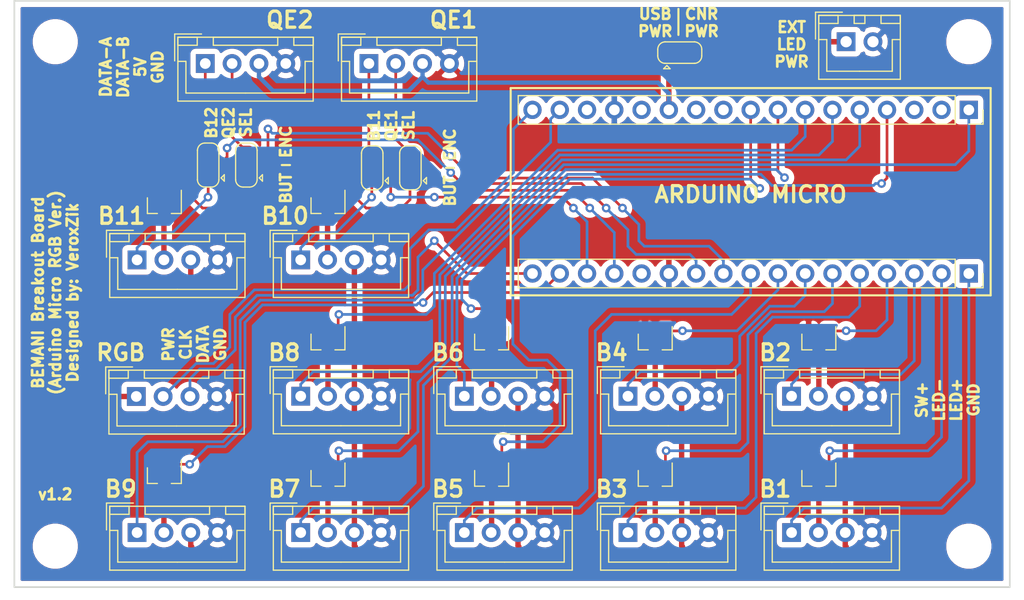
<source format=kicad_pcb>
(kicad_pcb (version 20171130) (host pcbnew "(5.1.5)-3")
  (layers (0 F.Cu signal) (31 B.Cu signal) (34 B.Paste user) (35 F.Paste user) (36 B.SilkS user) (37 F.SilkS user) (38 B.Mask user) (39 F.Mask user) (44 Edge.Cuts user))
  (net 0 "")
  (net 1 GND)
  (net 2 /B7LED)
  (net 3 /B6LED)
  (net 4 /B5LED)
  (net 5 /B4LED)
  (net 6 /B3LED)
  (net 7 /B2LED)
  (net 8 /B1LED)
  (net 9 /B9LED)
  (net 10 /B8LED)
  (net 11 /QE1B)
  (net 12 /PIN0)
  (net 13 /PIN1)
  (net 14 /QE1A)
  (net 15 /B8)
  (net 16 +12V)
  (net 17 /LED+)
  (net 18 /B4)
  (net 19 +5V)
  (net 20 /B9)
  (net 21 /B7)
  (net 22 /B6)
  (net 23 /B3)
  (net 24 /B2)
  (net 25 /B1)
  (net 26 /QE2A)
  (net 27 /QE2B)
  (net 28 /B5)
  (net 29 /PIN3)
  (net 30 /PIN2)
  (net 31 "Net-(J11-Pad2)")
  (net 32 "Net-(J9-Pad2)")
  (net 33 "Net-(J8-Pad2)")
  (net 34 "Net-(J6-Pad2)")
  (net 35 "Net-(J5-Pad2)")
  (net 36 "Net-(J4-Pad2)")
  (net 37 "Net-(J3-Pad2)")
  (net 38 "Net-(J12-Pad2)")
  (net 39 /B10LED)
  (net 40 "Net-(J16-Pad2)")
  (net 41 "Net-(J17-Pad2)")
  (net 42 /B11LED)
  (net 43 "Net-(J18-Pad2)")
  (net 44 /B11)
  (net 45 /B10)
  (net 46 "Net-(J7-Pad11)")
  (net 47 "Net-(J7-Pad10)")
  (net 48 "Net-(J7-Pad3)")
  (net 49 +3V3)
  (net 50 "Net-(J10-Pad13)")
  (net 51 "Net-(J7-Pad13)")
  (net 52 /LCLK)
  (net 53 /LDAT)
  (net 54 "Net-(J7-Pad15)")
  (module Connector_PinSocket_2.54mm:PinSocket_1x17_P2.54mm_Vertical (layer F.Cu) (at 191.77 97.79 270)
    (fp_text reference J7 hide)
    (fp_text value Conn_01x17)
    (pad 17 thru_hole oval (at 0 40.64 270) (size 1.7 1.7) (drill 1) (layers *.Cu *.Mask) (net 52 /LCLK))
    (pad 16 thru_hole oval (at 0 38.1 270) (size 1.7 1.7) (drill 1) (layers *.Cu *.Mask) (net 20 /B9))
    (pad 15 thru_hole oval (at 0 35.56 270) (size 1.7 1.7) (drill 1) (layers *.Cu *.Mask) (net 54 "Net-(J7-Pad15)"))
    (pad 14 thru_hole oval (at 0 33.02 270) (size 1.7 1.7) (drill 1) (layers *.Cu *.Mask) (net 1 GND))
    (pad 13 thru_hole oval (at 0 30.48 270) (size 1.7 1.7) (drill 1) (layers *.Cu *.Mask) (net 51 "Net-(J7-Pad13)"))
    (pad 12 thru_hole oval (at 0 27.94 270) (size 1.7 1.7) (drill 1) (layers *.Cu *.Mask) (net 19 +5V))
    (pad 11 thru_hole oval (at 0 25.4 270) (size 1.7 1.7) (drill 1) (layers *.Cu *.Mask) (net 46 "Net-(J7-Pad11)"))
    (pad 10 thru_hole oval (at 0 22.86 270) (size 1.7 1.7) (drill 1) (layers *.Cu *.Mask) (net 47 "Net-(J7-Pad10)"))
    (pad 9 thru_hole oval (at 0 20.32 270) (size 1.7 1.7) (drill 1) (layers *.Cu *.Mask) (net 4 /B5LED))
    (pad 8 thru_hole oval (at 0 17.78 270) (size 1.7 1.7) (drill 1) (layers *.Cu *.Mask) (net 22 /B6))
    (pad 7 thru_hole oval (at 0 15.24 270) (size 1.7 1.7) (drill 1) (layers *.Cu *.Mask) (net 10 /B8LED))
    (pad 6 thru_hole oval (at 0 12.7 270) (size 1.7 1.7) (drill 1) (layers *.Cu *.Mask) (net 15 /B8))
    (pad 5 thru_hole oval (at 0 10.16 270) (size 1.7 1.7) (drill 1) (layers *.Cu *.Mask) (net 2 /B7LED))
    (pad 4 thru_hole oval (at 0 7.62 270) (size 1.7 1.7) (drill 1) (layers *.Cu *.Mask) (net 3 /B6LED))
    (pad 3 thru_hole oval (at 0 5.08 270) (size 1.7 1.7) (drill 1) (layers *.Cu *.Mask) (net 48 "Net-(J7-Pad3)"))
    (pad 2 thru_hole oval (at 0 2.54 270) (size 1.7 1.7) (drill 1) (layers *.Cu *.Mask) (net 49 +3V3))
    (pad 1 thru_hole rect (at 0 0 270) (size 1.7 1.7) (drill 1) (layers *.Cu *.Mask) (net 21 /B7))
  )
  (module Connector_PinSocket_2.54mm:PinSocket_1x17_P2.54mm_Vertical (layer F.Cu) (at 191.77 113.03 270)
    (fp_text reference J10 hide)
    (fp_text value Conn_01x17)
    (pad 1 thru_hole rect (at 0 0 270) (size 1.7 1.7) (drill 1) (layers *.Cu *.Mask) (net 25 /B1))
    (pad 2 thru_hole oval (at 0 2.54 270) (size 1.7 1.7) (drill 1) (layers *.Cu *.Mask) (net 8 /B1LED))
    (pad 3 thru_hole oval (at 0 5.08 270) (size 1.7 1.7) (drill 1) (layers *.Cu *.Mask) (net 24 /B2))
    (pad 4 thru_hole oval (at 0 7.62 270) (size 1.7 1.7) (drill 1) (layers *.Cu *.Mask) (net 7 /B2LED))
    (pad 5 thru_hole oval (at 0 10.16 270) (size 1.7 1.7) (drill 1) (layers *.Cu *.Mask) (net 23 /B3))
    (pad 6 thru_hole oval (at 0 12.7 270) (size 1.7 1.7) (drill 1) (layers *.Cu *.Mask) (net 6 /B3LED))
    (pad 7 thru_hole oval (at 0 15.24 270) (size 1.7 1.7) (drill 1) (layers *.Cu *.Mask) (net 18 /B4))
    (pad 8 thru_hole oval (at 0 17.78 270) (size 1.7 1.7) (drill 1) (layers *.Cu *.Mask) (net 5 /B4LED))
    (pad 9 thru_hole oval (at 0 20.32 270) (size 1.7 1.7) (drill 1) (layers *.Cu *.Mask) (net 28 /B5))
    (pad 10 thru_hole oval (at 0 22.86 270) (size 1.7 1.7) (drill 1) (layers *.Cu *.Mask) (net 29 /PIN3))
    (pad 11 thru_hole oval (at 0 25.4 270) (size 1.7 1.7) (drill 1) (layers *.Cu *.Mask) (net 30 /PIN2))
    (pad 12 thru_hole oval (at 0 27.94 270) (size 1.7 1.7) (drill 1) (layers *.Cu *.Mask) (net 1 GND))
    (pad 13 thru_hole oval (at 0 30.48 270) (size 1.7 1.7) (drill 1) (layers *.Cu *.Mask) (net 50 "Net-(J10-Pad13)"))
    (pad 14 thru_hole oval (at 0 33.02 270) (size 1.7 1.7) (drill 1) (layers *.Cu *.Mask) (net 12 /PIN0))
    (pad 15 thru_hole oval (at 0 35.56 270) (size 1.7 1.7) (drill 1) (layers *.Cu *.Mask) (net 13 /PIN1))
    (pad 16 thru_hole oval (at 0 38.1 270) (size 1.7 1.7) (drill 1) (layers *.Cu *.Mask) (net 9 /B9LED))
    (pad 17 thru_hole oval (at 0 40.64 270) (size 1.7 1.7) (drill 1) (layers *.Cu *.Mask) (net 53 /LDAT))
  )
  (module Connectors_JST:JST_XH_B04B-XH-A_04x2.50mm_Straight (layer F.Cu) (at 114.3 111.76)
    (fp_text reference J17 hide)
    (fp_text value Conn_01x04)
    (pad 1 thru_hole rect (at 0 0) (size 1.75 1.75) (drill 1) (layers *.Cu *.Mask) (net 44 /B11))
    (pad 2 thru_hole circle (at 2.5 0) (size 1.75 1.75) (drill 1) (layers *.Cu *.Mask) (net 41 "Net-(J17-Pad2)"))
    (pad 3 thru_hole circle (at 5 0) (size 1.75 1.75) (drill 1) (layers *.Cu *.Mask) (net 17 /LED+))
    (pad 4 thru_hole circle (at 7.5 0) (size 1.75 1.75) (drill 1) (layers *.Cu *.Mask) (net 1 GND))
  )
  (module Connectors_JST:JST_XH_B04B-XH-A_04x2.50mm_Straight (layer F.Cu) (at 129.54 124.46)
    (fp_text reference J16 hide)
    (fp_text value Conn_01x04)
    (pad 4 thru_hole circle (at 7.5 0) (size 1.75 1.75) (drill 1) (layers *.Cu *.Mask) (net 1 GND))
    (pad 3 thru_hole circle (at 5 0) (size 1.75 1.75) (drill 1) (layers *.Cu *.Mask) (net 17 /LED+))
    (pad 2 thru_hole circle (at 2.5 0) (size 1.75 1.75) (drill 1) (layers *.Cu *.Mask) (net 40 "Net-(J16-Pad2)"))
    (pad 1 thru_hole rect (at 0 0) (size 1.75 1.75) (drill 1) (layers *.Cu *.Mask) (net 15 /B8))
  )
  (module Connectors_JST:JST_XH_B04B-XH-A_04x2.50mm_Straight (layer F.Cu) (at 114.227001 124.483001)
    (fp_text reference J14 hide)
    (fp_text value Conn_01x04)
    (pad 1 thru_hole rect (at 0 0) (size 1.75 1.75) (drill 1) (layers *.Cu *.Mask) (net 17 /LED+))
    (pad 2 thru_hole circle (at 2.5 0) (size 1.75 1.75) (drill 1) (layers *.Cu *.Mask) (net 52 /LCLK))
    (pad 3 thru_hole circle (at 5 0) (size 1.75 1.75) (drill 1) (layers *.Cu *.Mask) (net 53 /LDAT))
    (pad 4 thru_hole circle (at 7.5 0) (size 1.75 1.75) (drill 1) (layers *.Cu *.Mask) (net 1 GND))
  )
  (module Connectors_JST:JST_XH_B04B-XH-A_04x2.50mm_Straight (layer F.Cu) (at 129.54 111.76)
    (fp_text reference J12 hide)
    (fp_text value Conn_01x04)
    (pad 4 thru_hole circle (at 7.5 0) (size 1.75 1.75) (drill 1) (layers *.Cu *.Mask) (net 1 GND))
    (pad 3 thru_hole circle (at 5 0) (size 1.75 1.75) (drill 1) (layers *.Cu *.Mask) (net 17 /LED+))
    (pad 2 thru_hole circle (at 2.5 0) (size 1.75 1.75) (drill 1) (layers *.Cu *.Mask) (net 38 "Net-(J12-Pad2)"))
    (pad 1 thru_hole rect (at 0 0) (size 1.75 1.75) (drill 1) (layers *.Cu *.Mask) (net 45 /B10))
  )
  (module TO_SOT_Packages_SMD:SOT-23 (layer F.Cu) (at 116.84 131.826 270)
    (fp_text reference Q12 hide)
    (fp_text value Si2302CDS)
    (pad 3 smd rect (at 1 0 270) (size 0.9 0.8) (layers F.Cu F.Paste F.Mask) (net 43 "Net-(J18-Pad2)"))
    (pad 2 smd rect (at -1 0.95 270) (size 0.9 0.8) (layers F.Cu F.Paste F.Mask) (net 1 GND))
    (pad 1 smd rect (at -1 -0.95 270) (size 0.9 0.8) (layers F.Cu F.Paste F.Mask) (net 9 /B9LED))
  )
  (module TO_SOT_Packages_SMD:SOT-23 (layer F.Cu) (at 116.84 106.68 270)
    (fp_text reference Q11 hide)
    (fp_text value Si2302CDS)
    (pad 1 smd rect (at -1 -0.95 270) (size 0.9 0.8) (layers F.Cu F.Paste F.Mask) (net 42 /B11LED))
    (pad 2 smd rect (at -1 0.95 270) (size 0.9 0.8) (layers F.Cu F.Paste F.Mask) (net 1 GND))
    (pad 3 smd rect (at 1 0 270) (size 0.9 0.8) (layers F.Cu F.Paste F.Mask) (net 41 "Net-(J17-Pad2)"))
  )
  (module TO_SOT_Packages_SMD:SOT-23 (layer F.Cu) (at 132.08 106.68 270)
    (fp_text reference Q8 hide)
    (fp_text value Si2302CDS)
    (pad 3 smd rect (at 1 0 270) (size 0.9 0.8) (layers F.Cu F.Paste F.Mask) (net 38 "Net-(J12-Pad2)"))
    (pad 2 smd rect (at -1 0.95 270) (size 0.9 0.8) (layers F.Cu F.Paste F.Mask) (net 1 GND))
    (pad 1 smd rect (at -1 -0.95 270) (size 0.9 0.8) (layers F.Cu F.Paste F.Mask) (net 39 /B10LED))
  )
  (module Jumper:SolderJumper-3_P1.3mm_Open_RoundedPad1.0x1.5mm (layer F.Cu) (at 124.477356 102.927742 90)
    (fp_text reference JP5 hide)
    (fp_text value SolderJumper_3_Open)
    (pad 1 smd custom (at -1.3 0 90) (size 1 0.5) (layers F.Cu F.Mask) (net 42 /B11LED) (options (clearance outline) (anchor rect)) (primitives (gr_circle (center 0 0.25) (end 0.5 0.25) (width 0)) (gr_circle (center 0 -0.25) (end 0.5 -0.25) (width 0)) (gr_poly (pts (xy 0.55 -0.75) (xy 0 -0.75) (xy 0 0.75) (xy 0.55 0.75)) (width 0))))
    (pad 3 smd custom (at 1.3 0 90) (size 1 0.5) (layers F.Cu F.Mask) (net 27 /QE2B) (options (clearance outline) (anchor rect)) (primitives (gr_circle (center 0 0.25) (end 0.5 0.25) (width 0)) (gr_circle (center 0 -0.25) (end 0.5 -0.25) (width 0)) (gr_poly (pts (xy -0.55 -0.75) (xy 0 -0.75) (xy 0 0.75) (xy -0.55 0.75)) (width 0))))
    (pad 2 smd rect (at 0 0 90) (size 1 1.5) (layers F.Cu F.Mask) (net 29 /PIN3))
  )
  (module Connectors_JST:JST_XH_B02B-XH-A_02x2.50mm_Straight (layer F.Cu) (at 180.34 91.44)
    (fp_text reference J13 hide)
    (fp_text value Conn_01x02)
    (pad 2 thru_hole circle (at 2.5 0) (size 1.75 1.75) (drill 1.05) (layers *.Cu *.Mask) (net 1 GND))
    (pad 1 thru_hole rect (at 0 0) (size 1.75 1.75) (drill 1.05) (layers *.Cu *.Mask) (net 16 +12V))
  )
  (module Connectors_JST:JST_XH_B04B-XH-A_04x2.50mm_Straight (layer F.Cu) (at 144.78 137.16)
    (fp_text reference J8 hide)
    (fp_text value Conn_01x04)
    (pad 4 thru_hole circle (at 7.5 0) (size 1.75 1.75) (drill 1) (layers *.Cu *.Mask) (net 1 GND))
    (pad 3 thru_hole circle (at 5 0) (size 1.75 1.75) (drill 1) (layers *.Cu *.Mask) (net 17 /LED+))
    (pad 2 thru_hole circle (at 2.5 0) (size 1.75 1.75) (drill 1) (layers *.Cu *.Mask) (net 33 "Net-(J8-Pad2)"))
    (pad 1 thru_hole rect (at 0 0) (size 1.75 1.75) (drill 1) (layers *.Cu *.Mask) (net 28 /B5))
  )
  (module Connectors_JST:JST_XH_B04B-XH-A_04x2.50mm_Straight (layer F.Cu) (at 120.65 93.472)
    (fp_text reference J2 hide)
    (fp_text value Conn_01x04)
    (pad 4 thru_hole circle (at 7.5 0) (size 1.75 1.75) (drill 1) (layers *.Cu *.Mask) (net 1 GND))
    (pad 3 thru_hole circle (at 5 0) (size 1.75 1.75) (drill 1) (layers *.Cu *.Mask) (net 19 +5V))
    (pad 2 thru_hole circle (at 2.5 0) (size 1.75 1.75) (drill 1) (layers *.Cu *.Mask) (net 27 /QE2B))
    (pad 1 thru_hole rect (at 0 0) (size 1.75 1.75) (drill 1) (layers *.Cu *.Mask) (net 26 /QE2A))
  )
  (module Connectors_JST:JST_XH_B04B-XH-A_04x2.50mm_Straight (layer F.Cu) (at 175.26 137.16)
    (fp_text reference J3 hide)
    (fp_text value Conn_01x04)
    (pad 4 thru_hole circle (at 7.5 0) (size 1.75 1.75) (drill 1) (layers *.Cu *.Mask) (net 1 GND))
    (pad 3 thru_hole circle (at 5 0) (size 1.75 1.75) (drill 1) (layers *.Cu *.Mask) (net 17 /LED+))
    (pad 2 thru_hole circle (at 2.5 0) (size 1.75 1.75) (drill 1) (layers *.Cu *.Mask) (net 37 "Net-(J3-Pad2)"))
    (pad 1 thru_hole rect (at 0 0) (size 1.75 1.75) (drill 1) (layers *.Cu *.Mask) (net 25 /B1))
  )
  (module Connectors_JST:JST_XH_B04B-XH-A_04x2.50mm_Straight (layer F.Cu) (at 175.26 124.46)
    (fp_text reference J4 hide)
    (fp_text value Conn_01x04)
    (pad 1 thru_hole rect (at 0 0) (size 1.75 1.75) (drill 1) (layers *.Cu *.Mask) (net 24 /B2))
    (pad 2 thru_hole circle (at 2.5 0) (size 1.75 1.75) (drill 1) (layers *.Cu *.Mask) (net 36 "Net-(J4-Pad2)"))
    (pad 3 thru_hole circle (at 5 0) (size 1.75 1.75) (drill 1) (layers *.Cu *.Mask) (net 17 /LED+))
    (pad 4 thru_hole circle (at 7.5 0) (size 1.75 1.75) (drill 1) (layers *.Cu *.Mask) (net 1 GND))
  )
  (module Connectors_JST:JST_XH_B04B-XH-A_04x2.50mm_Straight (layer F.Cu) (at 160.02 137.16)
    (fp_text reference J5 hide)
    (fp_text value Conn_01x04)
    (pad 4 thru_hole circle (at 7.5 0) (size 1.75 1.75) (drill 1) (layers *.Cu *.Mask) (net 1 GND))
    (pad 3 thru_hole circle (at 5 0) (size 1.75 1.75) (drill 1) (layers *.Cu *.Mask) (net 17 /LED+))
    (pad 2 thru_hole circle (at 2.5 0) (size 1.75 1.75) (drill 1) (layers *.Cu *.Mask) (net 35 "Net-(J5-Pad2)"))
    (pad 1 thru_hole rect (at 0 0) (size 1.75 1.75) (drill 1) (layers *.Cu *.Mask) (net 23 /B3))
  )
  (module Connectors_JST:JST_XH_B04B-XH-A_04x2.50mm_Straight (layer F.Cu) (at 144.78 124.46)
    (fp_text reference J9 hide)
    (fp_text value Conn_01x04)
    (pad 1 thru_hole rect (at 0 0) (size 1.75 1.75) (drill 1) (layers *.Cu *.Mask) (net 22 /B6))
    (pad 2 thru_hole circle (at 2.5 0) (size 1.75 1.75) (drill 1) (layers *.Cu *.Mask) (net 32 "Net-(J9-Pad2)"))
    (pad 3 thru_hole circle (at 5 0) (size 1.75 1.75) (drill 1) (layers *.Cu *.Mask) (net 17 /LED+))
    (pad 4 thru_hole circle (at 7.5 0) (size 1.75 1.75) (drill 1) (layers *.Cu *.Mask) (net 1 GND))
  )
  (module Connectors_JST:JST_XH_B04B-XH-A_04x2.50mm_Straight (layer F.Cu) (at 129.54 137.16)
    (fp_text reference J11 hide)
    (fp_text value Conn_01x04)
    (pad 4 thru_hole circle (at 7.5 0) (size 1.75 1.75) (drill 1) (layers *.Cu *.Mask) (net 1 GND))
    (pad 3 thru_hole circle (at 5 0) (size 1.75 1.75) (drill 1) (layers *.Cu *.Mask) (net 17 /LED+))
    (pad 2 thru_hole circle (at 2.5 0) (size 1.75 1.75) (drill 1) (layers *.Cu *.Mask) (net 31 "Net-(J11-Pad2)"))
    (pad 1 thru_hole rect (at 0 0) (size 1.75 1.75) (drill 1) (layers *.Cu *.Mask) (net 21 /B7))
  )
  (module Connectors_JST:JST_XH_B04B-XH-A_04x2.50mm_Straight (layer F.Cu) (at 114.3 137.16)
    (fp_text reference J18 hide)
    (fp_text value Conn_01x04)
    (pad 4 thru_hole circle (at 7.5 0) (size 1.75 1.75) (drill 1) (layers *.Cu *.Mask) (net 1 GND))
    (pad 3 thru_hole circle (at 5 0) (size 1.75 1.75) (drill 1) (layers *.Cu *.Mask) (net 17 /LED+))
    (pad 2 thru_hole circle (at 2.5 0) (size 1.75 1.75) (drill 1) (layers *.Cu *.Mask) (net 43 "Net-(J18-Pad2)"))
    (pad 1 thru_hole rect (at 0 0) (size 1.75 1.75) (drill 1) (layers *.Cu *.Mask) (net 20 /B9))
  )
  (module Connectors_JST:JST_XH_B04B-XH-A_04x2.50mm_Straight (layer F.Cu) (at 135.89 93.472)
    (fp_text reference J1 hide)
    (fp_text value Conn_01x04)
    (pad 1 thru_hole rect (at 0 0) (size 1.75 1.75) (drill 1) (layers *.Cu *.Mask) (net 14 /QE1A))
    (pad 2 thru_hole circle (at 2.5 0) (size 1.75 1.75) (drill 1) (layers *.Cu *.Mask) (net 11 /QE1B))
    (pad 3 thru_hole circle (at 5 0) (size 1.75 1.75) (drill 1) (layers *.Cu *.Mask) (net 19 +5V))
    (pad 4 thru_hole circle (at 7.5 0) (size 1.75 1.75) (drill 1) (layers *.Cu *.Mask) (net 1 GND))
  )
  (module Connectors_JST:JST_XH_B04B-XH-A_04x2.50mm_Straight (layer F.Cu) (at 160.02 124.46)
    (fp_text reference J6 hide)
    (fp_text value Conn_01x04)
    (pad 4 thru_hole circle (at 7.5 0) (size 1.75 1.75) (drill 1) (layers *.Cu *.Mask) (net 1 GND))
    (pad 3 thru_hole circle (at 5 0) (size 1.75 1.75) (drill 1) (layers *.Cu *.Mask) (net 17 /LED+))
    (pad 2 thru_hole circle (at 2.5 0) (size 1.75 1.75) (drill 1) (layers *.Cu *.Mask) (net 34 "Net-(J6-Pad2)"))
    (pad 1 thru_hole rect (at 0 0) (size 1.75 1.75) (drill 1) (layers *.Cu *.Mask) (net 18 /B4))
  )
  (module Jumper:SolderJumper-3_P1.3mm_Open_RoundedPad1.0x1.5mm (layer F.Cu) (at 136.200666 103.187773 90)
    (fp_text reference JP2 hide)
    (fp_text value SolderJumper_3_Open)
    (pad 2 smd rect (at 0 0 90) (size 1 1.5) (layers F.Cu F.Mask) (net 13 /PIN1))
    (pad 3 smd custom (at 1.3 0 90) (size 1 0.5) (layers F.Cu F.Mask) (net 14 /QE1A) (options (clearance outline) (anchor rect)) (primitives (gr_circle (center 0 0.25) (end 0.5 0.25) (width 0)) (gr_circle (center 0 -0.25) (end 0.5 -0.25) (width 0)) (gr_poly (pts (xy -0.55 -0.75) (xy 0 -0.75) (xy 0 0.75) (xy -0.55 0.75)) (width 0))))
    (pad 1 smd custom (at -1.3 0 90) (size 1 0.5) (layers F.Cu F.Mask) (net 45 /B10) (options (clearance outline) (anchor rect)) (primitives (gr_circle (center 0 0.25) (end 0.5 0.25) (width 0)) (gr_circle (center 0 -0.25) (end 0.5 -0.25) (width 0)) (gr_poly (pts (xy 0.55 -0.75) (xy 0 -0.75) (xy 0 0.75) (xy 0.55 0.75)) (width 0))))
  )
  (module Jumper:SolderJumper-3_P1.3mm_Open_RoundedPad1.0x1.5mm (layer F.Cu) (at 164.846 92.456)
    (fp_text reference JP1 hide)
    (fp_text value SolderJumper_3_Open)
    (pad 1 smd custom (at -1.3 0) (size 1 0.5) (layers F.Cu F.Mask) (net 19 +5V) (options (clearance outline) (anchor rect)) (primitives (gr_circle (center 0 0.25) (end 0.5 0.25) (width 0)) (gr_circle (center 0 -0.25) (end 0.5 -0.25) (width 0)) (gr_poly (pts (xy 0.55 -0.75) (xy 0 -0.75) (xy 0 0.75) (xy 0.55 0.75)) (width 0))))
    (pad 3 smd custom (at 1.3 0) (size 1 0.5) (layers F.Cu F.Mask) (net 16 +12V) (options (clearance outline) (anchor rect)) (primitives (gr_circle (center 0 0.25) (end 0.5 0.25) (width 0)) (gr_circle (center 0 -0.25) (end 0.5 -0.25) (width 0)) (gr_poly (pts (xy -0.55 -0.75) (xy 0 -0.75) (xy 0 0.75) (xy -0.55 0.75)) (width 0))))
    (pad 2 smd rect (at 0 0) (size 1 1.5) (layers F.Cu F.Mask) (net 17 /LED+))
  )
  (module Jumper:SolderJumper-3_P1.3mm_Open_RoundedPad1.0x1.5mm (layer F.Cu) (at 120.921356 102.927742 90)
    (fp_text reference JP4 hide)
    (fp_text value SolderJumper_3_Open)
    (pad 2 smd rect (at 0 0 90) (size 1 1.5) (layers F.Cu F.Mask) (net 30 /PIN2))
    (pad 3 smd custom (at 1.3 0 90) (size 1 0.5) (layers F.Cu F.Mask) (net 26 /QE2A) (options (clearance outline) (anchor rect)) (primitives (gr_circle (center 0 0.25) (end 0.5 0.25) (width 0)) (gr_circle (center 0 -0.25) (end 0.5 -0.25) (width 0)) (gr_poly (pts (xy -0.55 -0.75) (xy 0 -0.75) (xy 0 0.75) (xy -0.55 0.75)) (width 0))))
    (pad 1 smd custom (at -1.3 0 90) (size 1 0.5) (layers F.Cu F.Mask) (net 44 /B11) (options (clearance outline) (anchor rect)) (primitives (gr_circle (center 0 0.25) (end 0.5 0.25) (width 0)) (gr_circle (center 0 -0.25) (end 0.5 -0.25) (width 0)) (gr_poly (pts (xy 0.55 -0.75) (xy 0 -0.75) (xy 0 0.75) (xy 0.55 0.75)) (width 0))))
  )
  (module Jumper:SolderJumper-3_P1.3mm_Open_RoundedPad1.0x1.5mm (layer F.Cu) (at 139.756666 103.187773 90)
    (fp_text reference JP3 hide)
    (fp_text value SolderJumper_3_Open)
    (pad 1 smd custom (at -1.3 0 90) (size 1 0.5) (layers F.Cu F.Mask) (net 39 /B10LED) (options (clearance outline) (anchor rect)) (primitives (gr_circle (center 0 0.25) (end 0.5 0.25) (width 0)) (gr_circle (center 0 -0.25) (end 0.5 -0.25) (width 0)) (gr_poly (pts (xy 0.55 -0.75) (xy 0 -0.75) (xy 0 0.75) (xy 0.55 0.75)) (width 0))))
    (pad 3 smd custom (at 1.3 0 90) (size 1 0.5) (layers F.Cu F.Mask) (net 11 /QE1B) (options (clearance outline) (anchor rect)) (primitives (gr_circle (center 0 0.25) (end 0.5 0.25) (width 0)) (gr_circle (center 0 -0.25) (end 0.5 -0.25) (width 0)) (gr_poly (pts (xy -0.55 -0.75) (xy 0 -0.75) (xy 0 0.75) (xy -0.55 0.75)) (width 0))))
    (pad 2 smd rect (at 0 0 90) (size 1 1.5) (layers F.Cu F.Mask) (net 12 /PIN0))
  )
  (module Mounting_Holes:MountingHole_3.2mm_M3 (layer F.Cu) (at 106.68 138.43)
    (fp_text reference MH1 hide)
    (fp_text value MountingHole)
    (pad 1 np_thru_hole circle (at 0 0) (size 3.2 3.2) (drill 3.2) (layers *.Cu *.Mask))
  )
  (module Mounting_Holes:MountingHole_3.2mm_M3 (layer F.Cu) (at 106.68 91.44)
    (fp_text reference MH2 hide)
    (fp_text value MountingHole)
    (pad 1 np_thru_hole circle (at 0 0) (size 3.2 3.2) (drill 3.2) (layers *.Cu *.Mask))
  )
  (module Mounting_Holes:MountingHole_3.2mm_M3 (layer F.Cu) (at 191.77 138.43)
    (fp_text reference MH3 hide)
    (fp_text value MountingHole)
    (pad 1 np_thru_hole circle (at 0 0) (size 3.2 3.2) (drill 3.2) (layers *.Cu *.Mask))
  )
  (module Mounting_Holes:MountingHole_3.2mm_M3 (layer F.Cu) (at 191.77 91.44)
    (fp_text reference MH4 hide)
    (fp_text value MountingHole)
    (pad 1 np_thru_hole circle (at 0 0) (size 3.2 3.2) (drill 3.2) (layers *.Cu *.Mask))
  )
  (module TO_SOT_Packages_SMD:SOT-23 (layer F.Cu) (at 132.08 119.38 270)
    (fp_text reference Q10 hide)
    (fp_text value Si2302CDS)
    (pad 3 smd rect (at 1 0 270) (size 0.9 0.8) (layers F.Cu F.Paste F.Mask) (net 40 "Net-(J16-Pad2)"))
    (pad 2 smd rect (at -1 0.95 270) (size 0.9 0.8) (layers F.Cu F.Paste F.Mask) (net 1 GND))
    (pad 1 smd rect (at -1 -0.95 270) (size 0.9 0.8) (layers F.Cu F.Paste F.Mask) (net 10 /B8LED))
  )
  (module TO_SOT_Packages_SMD:SOT-23 (layer F.Cu) (at 177.8 132.08 270)
    (fp_text reference Q1 hide)
    (fp_text value Si2302CDS)
    (pad 3 smd rect (at 1 0 270) (size 0.9 0.8) (layers F.Cu F.Paste F.Mask) (net 37 "Net-(J3-Pad2)"))
    (pad 2 smd rect (at -1 0.95 270) (size 0.9 0.8) (layers F.Cu F.Paste F.Mask) (net 1 GND))
    (pad 1 smd rect (at -1 -0.95 270) (size 0.9 0.8) (layers F.Cu F.Paste F.Mask) (net 8 /B1LED))
  )
  (module TO_SOT_Packages_SMD:SOT-23 (layer F.Cu) (at 177.8 119.38 270)
    (fp_text reference Q2 hide)
    (fp_text value Si2302CDS)
    (pad 1 smd rect (at -1 -0.95 270) (size 0.9 0.8) (layers F.Cu F.Paste F.Mask) (net 7 /B2LED))
    (pad 2 smd rect (at -1 0.95 270) (size 0.9 0.8) (layers F.Cu F.Paste F.Mask) (net 1 GND))
    (pad 3 smd rect (at 1 0 270) (size 0.9 0.8) (layers F.Cu F.Paste F.Mask) (net 36 "Net-(J4-Pad2)"))
  )
  (module TO_SOT_Packages_SMD:SOT-23 (layer F.Cu) (at 162.56 132.08 270)
    (fp_text reference Q3 hide)
    (fp_text value Si2302CDS)
    (pad 3 smd rect (at 1 0 270) (size 0.9 0.8) (layers F.Cu F.Paste F.Mask) (net 35 "Net-(J5-Pad2)"))
    (pad 2 smd rect (at -1 0.95 270) (size 0.9 0.8) (layers F.Cu F.Paste F.Mask) (net 1 GND))
    (pad 1 smd rect (at -1 -0.95 270) (size 0.9 0.8) (layers F.Cu F.Paste F.Mask) (net 6 /B3LED))
  )
  (module TO_SOT_Packages_SMD:SOT-23 (layer F.Cu) (at 162.56 119.38 270)
    (fp_text reference Q4 hide)
    (fp_text value Si2302CDS)
    (pad 1 smd rect (at -1 -0.95 270) (size 0.9 0.8) (layers F.Cu F.Paste F.Mask) (net 5 /B4LED))
    (pad 2 smd rect (at -1 0.95 270) (size 0.9 0.8) (layers F.Cu F.Paste F.Mask) (net 1 GND))
    (pad 3 smd rect (at 1 0 270) (size 0.9 0.8) (layers F.Cu F.Paste F.Mask) (net 34 "Net-(J6-Pad2)"))
  )
  (module TO_SOT_Packages_SMD:SOT-23 (layer F.Cu) (at 147.32 132.08 270)
    (fp_text reference Q5 hide)
    (fp_text value Si2302CDS)
    (pad 3 smd rect (at 1 0 270) (size 0.9 0.8) (layers F.Cu F.Paste F.Mask) (net 33 "Net-(J8-Pad2)"))
    (pad 2 smd rect (at -1 0.95 270) (size 0.9 0.8) (layers F.Cu F.Paste F.Mask) (net 1 GND))
    (pad 1 smd rect (at -1 -0.95 270) (size 0.9 0.8) (layers F.Cu F.Paste F.Mask) (net 4 /B5LED))
  )
  (module TO_SOT_Packages_SMD:SOT-23 (layer F.Cu) (at 147.32 119.38 270)
    (fp_text reference Q6 hide)
    (fp_text value Si2302CDS)
    (pad 1 smd rect (at -1 -0.95 270) (size 0.9 0.8) (layers F.Cu F.Paste F.Mask) (net 3 /B6LED))
    (pad 2 smd rect (at -1 0.95 270) (size 0.9 0.8) (layers F.Cu F.Paste F.Mask) (net 1 GND))
    (pad 3 smd rect (at 1 0 270) (size 0.9 0.8) (layers F.Cu F.Paste F.Mask) (net 32 "Net-(J9-Pad2)"))
  )
  (module TO_SOT_Packages_SMD:SOT-23 (layer F.Cu) (at 132.08 132.08 270)
    (fp_text reference Q7 hide)
    (fp_text value Si2302CDS)
    (pad 3 smd rect (at 1 0 270) (size 0.9 0.8) (layers F.Cu F.Paste F.Mask) (net 31 "Net-(J11-Pad2)"))
    (pad 2 smd rect (at -1 0.95 270) (size 0.9 0.8) (layers F.Cu F.Paste F.Mask) (net 1 GND))
    (pad 1 smd rect (at -1 -0.95 270) (size 0.9 0.8) (layers F.Cu F.Paste F.Mask) (net 2 /B7LED))
  )
  (gr_text "SW+\nLED-\nLED+\nGND" (at 189.8 124.8 90) (layer F.SilkS) (effects (font (size 1 1) (thickness 0.25))))
  (gr_text "DATA-A\nDATA-B\n5V\nGND" (at 113.8 93.8 90) (layer F.SilkS) (effects (font (size 1 1) (thickness 0.25))))
  (gr_text "PWR\nCLK\nDATA\nGND" (at 119.634 119.634 90) (layer F.SilkS) (effects (font (size 1 1) (thickness 0.25))))
  (gr_text v1.2 (at 106.68 133.604) (layer F.SilkS) (effects (font (size 1 1) (thickness 0.25))))
  (gr_text B10 (at 128.088999 107.672999) (layer F.SilkS) (effects (font (size 1.5 1.5) (thickness 0.3))))
  (gr_text B11 (at 112.848999 107.672999) (layer F.SilkS) (effects (font (size 1.5 1.5) (thickness 0.3))))
  (gr_text RGB (at 112.776 120.396) (layer F.SilkS) (effects (font (size 1.5 1.5) (thickness 0.3))))
  (gr_line (start 127.779356 102.927742) (end 128.541356 102.927742) (layer F.SilkS) (width 0.2))
  (gr_text BUT (at 128.160356 105.086742 90) (layer F.SilkS) (effects (font (size 1 1) (thickness 0.25))))
  (gr_text ENC (at 128.160356 100.768742 90) (layer F.SilkS) (effects (font (size 1 1) (thickness 0.25))))
  (gr_text "EXT\nLED\nPWR" (at 175.26 91.694) (layer F.SilkS) (effects (font (size 1 1) (thickness 0.25))))
  (gr_text "B12\nQE2\nSEL" (at 122.826356 98.990742 90) (layer F.SilkS) (effects (font (size 1 1) (thickness 0.25))))
  (gr_text "B11\nQE1\nSEL" (at 137.978666 99.250773 90) (layer F.SilkS) (effects (font (size 1 1) (thickness 0.25))))
  (gr_text BUT (at 143.439666 105.346773 90) (layer F.SilkS) (effects (font (size 1 1) (thickness 0.25))))
  (gr_text ENC (at 143.439666 101.028773 90) (layer F.SilkS) (effects (font (size 1 1) (thickness 0.25))))
  (gr_line (start 143.058666 103.187773) (end 143.820666 103.187773) (layer F.SilkS) (width 0.2))
  (gr_line (start 164.719 88.392) (end 164.719 90.805) (layer F.SilkS) (width 0.2))
  (gr_text "CNR\nPWR" (at 166.878 89.662) (layer F.SilkS) (effects (font (size 1 1) (thickness 0.25))))
  (gr_text "USB\nPWR" (at 162.56 89.662) (layer F.SilkS) (effects (font (size 1 1) (thickness 0.25))))
  (gr_text "BEMANI Breakout Board\n(Arduino Micro RGB Ver.)\nDesigned by: VeroxZik" (at 106.68 114.808 90) (layer F.SilkS) (effects (font (size 1 1) (thickness 0.25))))
  (gr_text QE2 (at 128.524 89.408) (layer F.SilkS) (effects (font (size 1.5 1.5) (thickness 0.3))))
  (gr_text QE1 (at 143.764 89.408) (layer F.SilkS) (effects (font (size 1.5 1.5) (thickness 0.3))))
  (gr_text B9 (at 112.776 133.096) (layer F.SilkS) (effects (font (size 1.5 1.5) (thickness 0.3))))
  (gr_text B8 (at 128.016 120.396) (layer F.SilkS) (effects (font (size 1.5 1.5) (thickness 0.3))))
  (gr_text B7 (at 128.016 133.096) (layer F.SilkS) (effects (font (size 1.5 1.5) (thickness 0.3))))
  (gr_text B6 (at 143.256 120.396) (layer F.SilkS) (effects (font (size 1.5 1.5) (thickness 0.3))))
  (gr_text B5 (at 143.256 133.096) (layer F.SilkS) (effects (font (size 1.5 1.5) (thickness 0.3))))
  (gr_text B4 (at 158.496 120.396) (layer F.SilkS) (effects (font (size 1.5 1.5) (thickness 0.3))))
  (gr_text B3 (at 158.496 133.096) (layer F.SilkS) (effects (font (size 1.5 1.5) (thickness 0.3))))
  (gr_text B2 (at 173.736 120.396) (layer F.SilkS) (effects (font (size 1.5 1.5) (thickness 0.3))))
  (gr_text B1 (at 173.736 133.096) (layer F.SilkS) (effects (font (size 1.5 1.5) (thickness 0.3))))
  (gr_line (start 149.098 115.062) (end 149.098 95.758) (layer F.SilkS) (width 0.2))
  (gr_line (start 193.802 115.062) (end 149.098 115.062) (layer F.SilkS) (width 0.2))
  (gr_line (start 193.802 95.758) (end 193.802 115.062) (layer F.SilkS) (width 0.2))
  (gr_line (start 149.098 95.758) (end 193.802 95.758) (layer F.SilkS) (width 0.2))
  (gr_text "ARDUINO MICRO" (at 171.45 105.664) (layer F.SilkS) (effects (font (size 1.5 1.5) (thickness 0.3))))
  (gr_line (start 102.87 142.24) (end 102.87 87.63) (layer Edge.Cuts) (width 0.15))
  (gr_line (start 195.58 142.24) (end 102.87 142.24) (layer Edge.Cuts) (width 0.15))
  (gr_line (start 195.58 87.63) (end 195.58 142.24) (layer Edge.Cuts) (width 0.15))
  (gr_line (start 102.87 87.63) (end 195.58 87.63) (layer Edge.Cuts) (width 0.15))
  (via (at 133.096 129.54) (size 0.8) (drill 0.4) (layers F.Cu B.Cu) (net 2))
  (segment (start 133.03 131.08) (end 133.03 129.606) (width 0.25) (layer F.Cu) (net 2))
  (segment (start 133.03 129.606) (end 133.096 129.54) (width 0.25) (layer F.Cu) (net 2))
  (segment (start 181.61 101.17344) (end 181.61 97.79) (width 0.25) (layer B.Cu) (net 2))
  (segment (start 180.34 102.44344) (end 181.61 101.17344) (width 0.25) (layer B.Cu) (net 2))
  (segment (start 140.462 127.762) (end 140.462 123.19) (width 0.25) (layer B.Cu) (net 2))
  (segment (start 153.84538 102.44344) (end 180.34 102.44344) (width 0.25) (layer B.Cu) (net 2))
  (segment (start 138.684 129.54) (end 140.462 127.762) (width 0.25) (layer B.Cu) (net 2))
  (segment (start 140.462 123.19) (end 143.00482 120.64718) (width 0.25) (layer B.Cu) (net 2))
  (segment (start 143.00482 120.64718) (end 143.00482 113.284) (width 0.25) (layer B.Cu) (net 2))
  (segment (start 133.096 129.54) (end 138.684 129.54) (width 0.25) (layer B.Cu) (net 2))
  (segment (start 143.00482 113.284) (end 153.84538 102.44344) (width 0.25) (layer B.Cu) (net 2))
  (via (at 183.642 104.648) (size 0.8) (drill 0.4) (layers F.Cu B.Cu) (net 3))
  (segment (start 184.15 97.79) (end 184.15 104.14) (width 0.25) (layer F.Cu) (net 3))
  (segment (start 184.15 104.14) (end 183.642 104.648) (width 0.25) (layer F.Cu) (net 3))
  (segment (start 173.425001 104.825001) (end 172.39347 103.79347) (width 0.25) (layer B.Cu) (net 3))
  (segment (start 183.642 104.648) (end 183.076315 104.648) (width 0.25) (layer B.Cu) (net 3))
  (segment (start 182.899314 104.825001) (end 173.425001 104.825001) (width 0.25) (layer B.Cu) (net 3))
  (segment (start 183.076315 104.648) (end 182.899314 104.825001) (width 0.25) (layer B.Cu) (net 3))
  (segment (start 172.39347 103.79347) (end 154.40458 103.79347) (width 0.25) (layer B.Cu) (net 3))
  (segment (start 154.40458 103.79347) (end 147.249025 110.949025) (width 0.25) (layer B.Cu) (net 3))
  (segment (start 147.249025 110.949025) (end 144.54125 113.6568) (width 0.25) (layer B.Cu) (net 3))
  (via (at 145.4 116.3) (size 0.8) (drill 0.4) (layers F.Cu B.Cu) (net 3))
  (segment (start 144.54125 113.6568) (end 144.54125 115.44125) (width 0.25) (layer B.Cu) (net 3))
  (segment (start 144.54125 115.44125) (end 145.4 116.3) (width 0.25) (layer B.Cu) (net 3))
  (segment (start 146.89 116.3) (end 145.965685 116.3) (width 0.25) (layer F.Cu) (net 3))
  (segment (start 145.965685 116.3) (end 145.4 116.3) (width 0.25) (layer F.Cu) (net 3))
  (segment (start 148.27 117.68) (end 146.89 116.3) (width 0.25) (layer F.Cu) (net 3))
  (segment (start 148.27 118.38) (end 148.27 117.68) (width 0.25) (layer F.Cu) (net 3))
  (segment (start 171.45 97.79) (end 171.45 104.25) (width 0.25) (layer F.Cu) (net 4))
  (via (at 172.3 105.1) (size 0.8) (drill 0.4) (layers F.Cu B.Cu) (net 4))
  (segment (start 171.45 104.25) (end 172.3 105.1) (width 0.25) (layer F.Cu) (net 4))
  (segment (start 172.3 105.1) (end 171.44348 104.24348) (width 0.25) (layer B.Cu) (net 4))
  (segment (start 171.44348 104.24348) (end 154.59098 104.24348) (width 0.25) (layer B.Cu) (net 4))
  (segment (start 154.59098 104.24348) (end 149.3 109.53446) (width 0.25) (layer B.Cu) (net 4))
  (segment (start 149.3 109.53446) (end 149.3 119.6) (width 0.25) (layer B.Cu) (net 4))
  (segment (start 149.3 119.6) (end 150.8 121.1) (width 0.25) (layer B.Cu) (net 4))
  (segment (start 150.8 121.1) (end 152.5 121.1) (width 0.25) (layer B.Cu) (net 4))
  (segment (start 152.5 121.1) (end 153.7 122.3) (width 0.25) (layer B.Cu) (net 4))
  (segment (start 153.7 122.3) (end 153.7 127.1) (width 0.25) (layer B.Cu) (net 4))
  (via (at 148.4 128.7) (size 0.8) (drill 0.4) (layers F.Cu B.Cu) (net 4))
  (segment (start 153.7 127.1) (end 152.1 128.7) (width 0.25) (layer B.Cu) (net 4))
  (segment (start 152.1 128.7) (end 148.4 128.7) (width 0.25) (layer B.Cu) (net 4))
  (segment (start 148.27 128.83) (end 148.4 128.7) (width 0.25) (layer F.Cu) (net 4))
  (segment (start 148.27 131.08) (end 148.27 128.83) (width 0.25) (layer F.Cu) (net 4))
  (segment (start 165.084 118.38) (end 165.1 118.364) (width 0.25) (layer F.Cu) (net 5))
  (via (at 165.1 118.364) (size 0.8) (drill 0.4) (layers F.Cu B.Cu) (net 5))
  (segment (start 163.51 118.38) (end 165.084 118.38) (width 0.25) (layer F.Cu) (net 5))
  (segment (start 170.18 118.364) (end 165.1 118.364) (width 0.25) (layer B.Cu) (net 5))
  (segment (start 172.91601 115.62799) (end 170.18 118.364) (width 0.25) (layer B.Cu) (net 5))
  (segment (start 173.99 114.554) (end 172.91601 115.62799) (width 0.25) (layer B.Cu) (net 5))
  (segment (start 173.99 113.03) (end 173.99 114.554) (width 0.25) (layer B.Cu) (net 5))
  (via (at 163.576 129.54) (size 0.8) (drill 0.4) (layers F.Cu B.Cu) (net 6))
  (segment (start 163.51 131.08) (end 163.51 129.606) (width 0.25) (layer F.Cu) (net 6))
  (segment (start 163.51 129.606) (end 163.576 129.54) (width 0.25) (layer F.Cu) (net 6))
  (segment (start 170.434 129.54) (end 163.576 129.54) (width 0.25) (layer B.Cu) (net 6))
  (segment (start 173.35359 116.586) (end 171.196 118.74359) (width 0.25) (layer B.Cu) (net 6))
  (segment (start 171.196 118.74359) (end 171.196 128.778) (width 0.25) (layer B.Cu) (net 6))
  (segment (start 171.196 128.778) (end 170.434 129.54) (width 0.25) (layer B.Cu) (net 6))
  (segment (start 179.07 115.824) (end 178.308 116.586) (width 0.25) (layer B.Cu) (net 6))
  (segment (start 179.07 113.03) (end 179.07 115.824) (width 0.25) (layer B.Cu) (net 6))
  (segment (start 178.308 116.586) (end 173.35359 116.586) (width 0.25) (layer B.Cu) (net 6))
  (via (at 180.34 118.364) (size 0.8) (drill 0.4) (layers F.Cu B.Cu) (net 7))
  (segment (start 180.324 118.38) (end 180.34 118.364) (width 0.25) (layer F.Cu) (net 7))
  (segment (start 178.75 118.38) (end 180.324 118.38) (width 0.25) (layer F.Cu) (net 7))
  (segment (start 184.15 117.348) (end 183.134 118.364) (width 0.25) (layer B.Cu) (net 7))
  (segment (start 184.15 113.03) (end 184.15 117.348) (width 0.25) (layer B.Cu) (net 7))
  (segment (start 183.134 118.364) (end 180.34 118.364) (width 0.25) (layer B.Cu) (net 7))
  (via (at 178.816 129.54) (size 0.8) (drill 0.4) (layers F.Cu B.Cu) (net 8))
  (segment (start 178.75 129.606) (end 178.816 129.54) (width 0.25) (layer F.Cu) (net 8))
  (segment (start 178.75 131.08) (end 178.75 129.606) (width 0.25) (layer F.Cu) (net 8))
  (segment (start 189.23 128.27) (end 187.96 129.54) (width 0.25) (layer B.Cu) (net 8))
  (segment (start 189.23 113.03) (end 189.23 128.27) (width 0.25) (layer B.Cu) (net 8))
  (segment (start 178.816 129.54) (end 187.96 129.54) (width 0.25) (layer B.Cu) (net 8))
  (segment (start 153.67 113.03) (end 151.9 114.8) (width 0.25) (layer F.Cu) (net 9))
  (via (at 140.938858 115.738858) (size 0.8) (drill 0.4) (layers F.Cu B.Cu) (net 9))
  (segment (start 151.9 114.8) (end 141.877716 114.8) (width 0.25) (layer F.Cu) (net 9))
  (segment (start 141.877716 114.8) (end 140.938858 115.738858) (width 0.25) (layer F.Cu) (net 9))
  (segment (start 140.48882 115.8) (end 140.3268 115.96202) (width 0.25) (layer B.Cu) (net 9))
  (segment (start 140.938858 115.738858) (end 140.877716 115.8) (width 0.25) (layer B.Cu) (net 9))
  (segment (start 140.877716 115.8) (end 140.48882 115.8) (width 0.25) (layer B.Cu) (net 9))
  (segment (start 140.3268 115.96202) (end 125.97439 115.96202) (width 0.25) (layer B.Cu) (net 9))
  (segment (start 124.350009 127.286401) (end 122.4864 129.15001) (width 0.25) (layer B.Cu) (net 9))
  (segment (start 125.97439 115.96202) (end 124.35001 117.5864) (width 0.25) (layer B.Cu) (net 9))
  (segment (start 124.35001 117.5864) (end 124.350009 127.286401) (width 0.25) (layer B.Cu) (net 9))
  (segment (start 122.4864 129.15001) (end 120.84999 129.15001) (width 0.25) (layer B.Cu) (net 9))
  (via (at 119.2 130.8) (size 0.8) (drill 0.4) (layers F.Cu B.Cu) (net 9))
  (segment (start 120.84999 129.15001) (end 119.2 130.8) (width 0.25) (layer B.Cu) (net 9))
  (segment (start 117.816 130.8) (end 117.79 130.826) (width 0.25) (layer F.Cu) (net 9))
  (segment (start 119.2 130.8) (end 117.816 130.8) (width 0.25) (layer F.Cu) (net 9))
  (via (at 133.096 116.84) (size 0.8) (drill 0.4) (layers F.Cu B.Cu) (net 10))
  (segment (start 133.03 118.38) (end 133.03 116.906) (width 0.25) (layer F.Cu) (net 10))
  (segment (start 133.03 116.906) (end 133.096 116.84) (width 0.25) (layer F.Cu) (net 10))
  (segment (start 176.53 100.27342) (end 175.26 101.54342) (width 0.25) (layer B.Cu) (net 10))
  (segment (start 176.53 97.79) (end 176.53 100.27342) (width 0.25) (layer B.Cu) (net 10))
  (segment (start 153.47258 101.54342) (end 175.26 101.54342) (width 0.25) (layer B.Cu) (net 10))
  (segment (start 133.096 116.84) (end 141.224 116.84) (width 0.25) (layer B.Cu) (net 10))
  (segment (start 141.986 116.078) (end 141.986 113.03) (width 0.25) (layer B.Cu) (net 10))
  (segment (start 141.224 116.84) (end 141.986 116.078) (width 0.25) (layer B.Cu) (net 10))
  (segment (start 141.986 113.03) (end 153.47258 101.54342) (width 0.25) (layer B.Cu) (net 10))
  (segment (start 138.39 100.521107) (end 139.756666 101.887773) (width 0.25) (layer F.Cu) (net 11))
  (segment (start 138.39 93.472) (end 138.39 100.521107) (width 0.25) (layer F.Cu) (net 11))
  (via (at 156.464 106.934) (size 0.8) (drill 0.4) (layers F.Cu B.Cu) (net 12))
  (segment (start 139.756666 103.187773) (end 141.541773 103.187773) (width 0.25) (layer F.Cu) (net 12))
  (segment (start 141.541773 103.187773) (end 143.63559 105.28159) (width 0.25) (layer F.Cu) (net 12))
  (segment (start 156.464 106.934) (end 158.75 109.22) (width 0.25) (layer B.Cu) (net 12))
  (segment (start 158.75 113.03) (end 158.75 109.22) (width 0.25) (layer B.Cu) (net 12))
  (segment (start 154.81159 105.28159) (end 154.178 105.28159) (width 0.25) (layer F.Cu) (net 12))
  (segment (start 156.464 106.934) (end 154.81159 105.28159) (width 0.25) (layer F.Cu) (net 12))
  (segment (start 143.63559 105.28159) (end 154.178 105.28159) (width 0.25) (layer F.Cu) (net 12))
  (via (at 137.922 105.918) (size 0.8) (drill 0.4) (layers F.Cu B.Cu) (net 13))
  (segment (start 137.922 103.909107) (end 137.922 105.918) (width 0.25) (layer F.Cu) (net 13))
  (segment (start 136.200666 103.187773) (end 137.200666 103.187773) (width 0.25) (layer F.Cu) (net 13))
  (segment (start 137.200666 103.187773) (end 137.922 103.909107) (width 0.25) (layer F.Cu) (net 13))
  (segment (start 137.922 105.918) (end 140.716 105.918) (width 0.25) (layer B.Cu) (net 13))
  (via (at 141.986 105.918) (size 0.8) (drill 0.4) (layers F.Cu B.Cu) (net 13))
  (via (at 154.94 106.934) (size 0.8) (drill 0.4) (layers F.Cu B.Cu) (net 13))
  (segment (start 141.986 105.918) (end 140.716 105.918) (width 0.25) (layer B.Cu) (net 13))
  (segment (start 153.924 105.918) (end 154.94 106.934) (width 0.25) (layer F.Cu) (net 13))
  (segment (start 141.986 105.918) (end 153.924 105.918) (width 0.25) (layer F.Cu) (net 13))
  (segment (start 156.21 108.204) (end 154.94 106.934) (width 0.25) (layer B.Cu) (net 13))
  (segment (start 156.21 113.03) (end 156.21 108.204) (width 0.25) (layer B.Cu) (net 13))
  (segment (start 135.89 101.577107) (end 136.200666 101.887773) (width 0.25) (layer F.Cu) (net 14))
  (segment (start 135.89 93.472) (end 135.89 101.577107) (width 0.25) (layer F.Cu) (net 14))
  (segment (start 179.07 100.72343) (end 179.07 97.79) (width 0.25) (layer B.Cu) (net 15))
  (segment (start 153.65898 101.99343) (end 177.8 101.99343) (width 0.25) (layer B.Cu) (net 15))
  (segment (start 129.54 124.46) (end 129.54 123.335) (width 0.25) (layer B.Cu) (net 15))
  (segment (start 177.8 101.99343) (end 179.07 100.72343) (width 0.25) (layer B.Cu) (net 15))
  (segment (start 129.54 123.335) (end 130.701 122.174) (width 0.25) (layer B.Cu) (net 15))
  (segment (start 130.701 122.174) (end 140.716 122.174) (width 0.25) (layer B.Cu) (net 15))
  (segment (start 140.716 122.174) (end 142.494 120.396) (width 0.25) (layer B.Cu) (net 15))
  (segment (start 142.494 120.396) (end 142.494 113.15841) (width 0.25) (layer B.Cu) (net 15))
  (segment (start 142.494 113.15841) (end 153.65898 101.99343) (width 0.25) (layer B.Cu) (net 15))
  (segment (start 180.34 91.44) (end 175.768 91.44) (width 0.5) (layer F.Cu) (net 16))
  (segment (start 174.468 92.456) (end 166.116 92.456) (width 0.5) (layer F.Cu) (net 16))
  (segment (start 175.484 91.44) (end 180.34 91.44) (width 0.5) (layer F.Cu) (net 16))
  (segment (start 174.468 92.456) (end 175.484 91.44) (width 0.5) (layer F.Cu) (net 16))
  (segment (start 180.34 138.477436) (end 180.34 140.716) (width 0.5) (layer F.Cu) (net 17))
  (segment (start 180.26 137.16) (end 180.26 138.397436) (width 0.5) (layer F.Cu) (net 17))
  (segment (start 180.26 138.397436) (end 180.34 138.477436) (width 0.5) (layer F.Cu) (net 17))
  (segment (start 165.1 138.477436) (end 165.1 140.716) (width 0.5) (layer F.Cu) (net 17))
  (segment (start 165.02 137.16) (end 165.02 138.397436) (width 0.5) (layer F.Cu) (net 17))
  (segment (start 165.02 138.397436) (end 165.1 138.477436) (width 0.5) (layer F.Cu) (net 17))
  (segment (start 149.86 138.477436) (end 149.86 140.716) (width 0.5) (layer F.Cu) (net 17))
  (segment (start 149.78 137.16) (end 149.78 138.397436) (width 0.5) (layer F.Cu) (net 17))
  (segment (start 149.78 138.397436) (end 149.86 138.477436) (width 0.5) (layer F.Cu) (net 17))
  (segment (start 134.62 138.477436) (end 134.62 140.716) (width 0.5) (layer F.Cu) (net 17))
  (segment (start 134.54 137.16) (end 134.54 138.397436) (width 0.5) (layer F.Cu) (net 17))
  (segment (start 134.54 138.397436) (end 134.62 138.477436) (width 0.5) (layer F.Cu) (net 17))
  (segment (start 119.38 137.12) (end 119.34 137.16) (width 0.5) (layer F.Cu) (net 17))
  (segment (start 134.62 137.12) (end 134.58 137.16) (width 0.5) (layer F.Cu) (net 17))
  (segment (start 149.86 137.12) (end 149.82 137.16) (width 0.5) (layer F.Cu) (net 17))
  (segment (start 165.1 137.12) (end 165.06 137.16) (width 0.5) (layer F.Cu) (net 17))
  (segment (start 134.54 112.997436) (end 134.54 124.46) (width 0.5) (layer F.Cu) (net 17))
  (segment (start 134.54 111.76) (end 134.54 112.997436) (width 0.5) (layer F.Cu) (net 17))
  (segment (start 119.3 138.397436) (end 119.38 138.477436) (width 0.5) (layer F.Cu) (net 17))
  (segment (start 119.38 138.477436) (end 119.38 140.716) (width 0.5) (layer F.Cu) (net 17))
  (segment (start 119.3 137.16) (end 119.3 138.397436) (width 0.5) (layer F.Cu) (net 17))
  (segment (start 134.54 125.697436) (end 134.54 137.16) (width 0.5) (layer F.Cu) (net 17))
  (segment (start 134.54 124.46) (end 134.54 125.697436) (width 0.5) (layer F.Cu) (net 17))
  (segment (start 149.78 124.46) (end 149.78 137.16) (width 0.5) (layer F.Cu) (net 17))
  (segment (start 165.02 125.697436) (end 165.02 137.16) (width 0.5) (layer F.Cu) (net 17))
  (segment (start 165.02 124.46) (end 165.02 125.697436) (width 0.5) (layer F.Cu) (net 17))
  (segment (start 180.26 125.697436) (end 180.26 137.16) (width 0.5) (layer F.Cu) (net 17))
  (segment (start 180.26 124.46) (end 180.26 125.697436) (width 0.5) (layer F.Cu) (net 17))
  (segment (start 164.846 92.456) (end 164.846 91.206) (width 0.5) (layer F.Cu) (net 17))
  (segment (start 164.846 91.206) (end 164.846 88.646) (width 0.5) (layer F.Cu) (net 17))
  (segment (start 119.227001 137.087001) (end 119.3 137.16) (width 0.5) (layer F.Cu) (net 17))
  (segment (start 119.3 113.792) (end 119.3 114.126) (width 0.5) (layer F.Cu) (net 17))
  (segment (start 119.3 111.76) (end 119.3 113.792) (width 0.5) (layer F.Cu) (net 17))
  (segment (start 119.3 114.126) (end 118.11 115.316) (width 0.5) (layer F.Cu) (net 17))
  (segment (start 118.11 115.316) (end 107.442 115.316) (width 0.5) (layer F.Cu) (net 17))
  (segment (start 114.227001 124.483001) (end 107.465001 124.483001) (width 0.5) (layer F.Cu) (net 17))
  (segment (start 160.02 124.46) (end 160.02 123.335) (width 0.25) (layer B.Cu) (net 18))
  (segment (start 161.181 122.174) (end 169.672 122.174) (width 0.25) (layer B.Cu) (net 18))
  (segment (start 160.02 123.335) (end 161.181 122.174) (width 0.25) (layer B.Cu) (net 18))
  (segment (start 169.672 122.174) (end 170.434 121.412) (width 0.25) (layer B.Cu) (net 18))
  (segment (start 170.434 121.412) (end 170.434 118.86918) (width 0.25) (layer B.Cu) (net 18))
  (segment (start 170.434 118.86918) (end 173.22518 116.078) (width 0.25) (layer B.Cu) (net 18))
  (segment (start 176.53 115.062) (end 175.514 116.078) (width 0.25) (layer B.Cu) (net 18))
  (segment (start 176.53 113.03) (end 176.53 115.062) (width 0.25) (layer B.Cu) (net 18))
  (segment (start 173.22518 116.078) (end 175.514 116.078) (width 0.25) (layer B.Cu) (net 18))
  (segment (start 140.89 93.472) (end 140.89 94.709436) (width 0.4) (layer B.Cu) (net 19))
  (segment (start 125.65 94.709436) (end 126.952564 96.012) (width 0.4) (layer B.Cu) (net 19))
  (segment (start 125.65 93.472) (end 125.65 94.709436) (width 0.4) (layer B.Cu) (net 19))
  (segment (start 139.587436 96.012) (end 140.89 94.709436) (width 0.4) (layer B.Cu) (net 19))
  (segment (start 126.952564 96.012) (end 139.587436 96.012) (width 0.4) (layer B.Cu) (net 19))
  (segment (start 141.430564 95.25) (end 140.89 94.709436) (width 0.4) (layer B.Cu) (net 19))
  (segment (start 162.814 95.25) (end 141.430564 95.25) (width 0.4) (layer B.Cu) (net 19))
  (segment (start 163.83 97.79) (end 163.83 96.266) (width 0.4) (layer B.Cu) (net 19))
  (segment (start 163.83 96.266) (end 162.814 95.25) (width 0.4) (layer B.Cu) (net 19))
  (segment (start 163.83 92.74) (end 163.546 92.456) (width 0.5) (layer F.Cu) (net 19))
  (segment (start 163.83 97.79) (end 163.83 92.74) (width 0.5) (layer F.Cu) (net 19))
  (segment (start 152.820001 98.639999) (end 152.820001 100.800409) (width 0.25) (layer B.Cu) (net 20))
  (segment (start 153.67 97.79) (end 152.820001 98.639999) (width 0.25) (layer B.Cu) (net 20))
  (segment (start 152.820001 100.800409) (end 140.91201 112.7084) (width 0.25) (layer B.Cu) (net 20))
  (segment (start 140.912009 114.740401) (end 140.1404 115.51201) (width 0.25) (layer B.Cu) (net 20))
  (segment (start 140.91201 112.7084) (end 140.912009 114.740401) (width 0.25) (layer B.Cu) (net 20))
  (segment (start 125.78799 115.51201) (end 123.9 117.4) (width 0.25) (layer B.Cu) (net 20))
  (segment (start 140.1404 115.51201) (end 125.78799 115.51201) (width 0.25) (layer B.Cu) (net 20))
  (segment (start 123.9 117.4) (end 123.9 127.1) (width 0.25) (layer B.Cu) (net 20))
  (segment (start 123.9 127.1) (end 122.3 128.7) (width 0.25) (layer B.Cu) (net 20))
  (segment (start 122.3 128.7) (end 115.3 128.7) (width 0.25) (layer B.Cu) (net 20))
  (segment (start 115.3 128.7) (end 114.3 129.7) (width 0.25) (layer B.Cu) (net 20))
  (segment (start 114.3 129.7) (end 114.3 137.16) (width 0.25) (layer B.Cu) (net 20))
  (segment (start 129.54 136.035) (end 130.701 134.874) (width 0.25) (layer B.Cu) (net 21))
  (segment (start 129.54 137.16) (end 129.54 136.035) (width 0.25) (layer B.Cu) (net 21))
  (segment (start 130.701 134.874) (end 138.938 134.874) (width 0.25) (layer B.Cu) (net 21))
  (segment (start 138.938 134.874) (end 140.97 132.842) (width 0.25) (layer B.Cu) (net 21))
  (segment (start 191.77 101.62345) (end 190.5 102.89345) (width 0.25) (layer B.Cu) (net 21))
  (segment (start 191.77 97.79) (end 191.77 101.62345) (width 0.25) (layer B.Cu) (net 21))
  (segment (start 154.03178 102.89345) (end 190.5 102.89345) (width 0.25) (layer B.Cu) (net 21))
  (segment (start 143.64123 120.77277) (end 140.97 123.444) (width 0.25) (layer B.Cu) (net 21))
  (segment (start 143.64123 113.284) (end 143.64123 120.77277) (width 0.25) (layer B.Cu) (net 21))
  (segment (start 140.97 132.842) (end 140.97 123.444) (width 0.25) (layer B.Cu) (net 21))
  (segment (start 143.64123 113.284) (end 154.03178 102.89345) (width 0.25) (layer B.Cu) (net 21))
  (via (at 174.6 104.1) (size 0.8) (drill 0.4) (layers F.Cu B.Cu) (net 22))
  (segment (start 173.99 97.79) (end 173.99 103.49) (width 0.25) (layer F.Cu) (net 22))
  (segment (start 173.99 103.49) (end 174.6 104.1) (width 0.25) (layer F.Cu) (net 22))
  (segment (start 173.84346 103.34346) (end 154.21818 103.34346) (width 0.25) (layer B.Cu) (net 22))
  (segment (start 144.78 122.28) (end 144.78 124.46) (width 0.25) (layer B.Cu) (net 22))
  (segment (start 154.21818 103.34346) (end 144.09124 113.4704) (width 0.25) (layer B.Cu) (net 22))
  (segment (start 174.6 104.1) (end 173.84346 103.34346) (width 0.25) (layer B.Cu) (net 22))
  (segment (start 144.09124 121.59124) (end 144.78 122.28) (width 0.25) (layer B.Cu) (net 22))
  (segment (start 144.09124 113.4704) (end 144.09124 121.59124) (width 0.25) (layer B.Cu) (net 22))
  (segment (start 160.02 136.035) (end 161.181 134.874) (width 0.25) (layer B.Cu) (net 23))
  (segment (start 160.02 137.16) (end 160.02 136.035) (width 0.25) (layer B.Cu) (net 23))
  (segment (start 161.181 134.874) (end 170.942 134.874) (width 0.25) (layer B.Cu) (net 23))
  (segment (start 170.942 134.874) (end 171.958 133.858) (width 0.25) (layer B.Cu) (net 23))
  (segment (start 171.958 133.858) (end 171.958 118.618) (width 0.25) (layer B.Cu) (net 23))
  (segment (start 171.958 118.618) (end 173.482 117.094) (width 0.25) (layer B.Cu) (net 23))
  (segment (start 181.61 116.078) (end 180.594 117.094) (width 0.25) (layer B.Cu) (net 23))
  (segment (start 181.61 113.03) (end 181.61 116.078) (width 0.25) (layer B.Cu) (net 23))
  (segment (start 173.482 117.094) (end 180.594 117.094) (width 0.25) (layer B.Cu) (net 23))
  (segment (start 175.26 123.335) (end 176.167 122.428) (width 0.25) (layer B.Cu) (net 24))
  (segment (start 175.26 124.46) (end 175.26 123.335) (width 0.25) (layer B.Cu) (net 24))
  (segment (start 186.69 121.158) (end 185.42 122.428) (width 0.25) (layer B.Cu) (net 24))
  (segment (start 186.69 113.03) (end 186.69 121.158) (width 0.25) (layer B.Cu) (net 24))
  (segment (start 176.167 122.428) (end 185.42 122.428) (width 0.25) (layer B.Cu) (net 24))
  (segment (start 175.26 136.035) (end 175.26 137.16) (width 0.25) (layer B.Cu) (net 25))
  (segment (start 176.421 134.874) (end 175.26 136.035) (width 0.25) (layer B.Cu) (net 25))
  (segment (start 189.23 134.874) (end 176.421 134.874) (width 0.25) (layer B.Cu) (net 25))
  (segment (start 191.77 114.13) (end 191.77 132.334) (width 0.25) (layer B.Cu) (net 25))
  (segment (start 191.77 113.03) (end 191.77 114.13) (width 0.25) (layer B.Cu) (net 25))
  (segment (start 191.77 132.334) (end 189.23 134.874) (width 0.25) (layer B.Cu) (net 25))
  (segment (start 120.65 101.356386) (end 120.921356 101.627742) (width 0.25) (layer F.Cu) (net 26))
  (segment (start 120.65 93.472) (end 120.65 101.356386) (width 0.25) (layer F.Cu) (net 26))
  (segment (start 123.15 100.300386) (end 124.477356 101.627742) (width 0.25) (layer F.Cu) (net 27))
  (segment (start 123.15 93.472) (end 123.15 100.300386) (width 0.25) (layer F.Cu) (net 27))
  (segment (start 144.78 136.035) (end 145.941 134.874) (width 0.25) (layer B.Cu) (net 28))
  (segment (start 144.78 137.16) (end 144.78 136.035) (width 0.25) (layer B.Cu) (net 28))
  (segment (start 145.941 134.874) (end 155.448 134.874) (width 0.25) (layer B.Cu) (net 28))
  (segment (start 155.448 134.874) (end 156.972 133.35) (width 0.25) (layer B.Cu) (net 28))
  (segment (start 156.972 133.35) (end 156.972 118.364) (width 0.25) (layer B.Cu) (net 28))
  (segment (start 156.972 118.364) (end 158.496 116.84) (width 0.25) (layer B.Cu) (net 28))
  (segment (start 171.45 113.03) (end 171.45 115.062) (width 0.25) (layer B.Cu) (net 28))
  (segment (start 171.45 115.062) (end 169.672 116.84) (width 0.25) (layer B.Cu) (net 28))
  (segment (start 158.496 116.84) (end 169.672 116.84) (width 0.25) (layer B.Cu) (net 28))
  (via (at 126.492 99.568) (size 0.8) (drill 0.4) (layers F.Cu B.Cu) (net 29))
  (segment (start 126.492 101.913098) (end 126.492 99.568) (width 0.25) (layer F.Cu) (net 29))
  (segment (start 124.477356 102.927742) (end 125.477356 102.927742) (width 0.25) (layer F.Cu) (net 29))
  (segment (start 125.477356 102.927742) (end 126.492 101.913098) (width 0.25) (layer F.Cu) (net 29))
  (segment (start 126.492 99.568) (end 126.891999 99.967999) (width 0.25) (layer B.Cu) (net 29))
  (via (at 159.512 106.934) (size 0.8) (drill 0.4) (layers F.Cu B.Cu) (net 29))
  (segment (start 161.544 110.49) (end 161.036 109.982) (width 0.25) (layer B.Cu) (net 29))
  (segment (start 167.572081 110.49) (end 161.544 110.49) (width 0.25) (layer B.Cu) (net 29))
  (segment (start 168.91 113.03) (end 168.91 111.827919) (width 0.25) (layer B.Cu) (net 29))
  (segment (start 168.91 111.827919) (end 167.572081 110.49) (width 0.25) (layer B.Cu) (net 29))
  (via (at 143.51 102.108) (size 0.8) (drill 0.4) (layers F.Cu B.Cu) (net 29))
  (segment (start 152.146 104.14) (end 145.542 104.14) (width 0.25) (layer F.Cu) (net 29))
  (segment (start 145.542 104.14) (end 143.51 102.108) (width 0.25) (layer F.Cu) (net 29))
  (segment (start 141.369999 99.967999) (end 141.224 99.967999) (width 0.25) (layer B.Cu) (net 29))
  (segment (start 143.51 102.108) (end 141.369999 99.967999) (width 0.25) (layer B.Cu) (net 29))
  (segment (start 126.891999 99.967999) (end 141.224 99.967999) (width 0.25) (layer B.Cu) (net 29))
  (segment (start 159.512 106.934) (end 161.036 108.458) (width 0.25) (layer B.Cu) (net 29))
  (segment (start 161.036 109.982) (end 161.036 108.458) (width 0.25) (layer B.Cu) (net 29))
  (segment (start 159.512 106.934) (end 156.718 104.14) (width 0.25) (layer F.Cu) (net 29))
  (segment (start 152.146 104.14) (end 156.718 104.14) (width 0.25) (layer F.Cu) (net 29))
  (via (at 122.682 101.346) (size 0.8) (drill 0.4) (layers F.Cu B.Cu) (net 30))
  (segment (start 122.682 102.167098) (end 122.682 101.346) (width 0.25) (layer F.Cu) (net 30))
  (segment (start 120.921356 102.927742) (end 121.921356 102.927742) (width 0.25) (layer F.Cu) (net 30))
  (segment (start 121.921356 102.927742) (end 122.682 102.167098) (width 0.25) (layer F.Cu) (net 30))
  (segment (start 122.682 101.346) (end 123.444 100.584) (width 0.25) (layer B.Cu) (net 30))
  (via (at 157.988 106.934) (size 0.8) (drill 0.4) (layers F.Cu B.Cu) (net 30))
  (segment (start 166.37 111.827919) (end 165.794081 111.252) (width 0.25) (layer B.Cu) (net 30))
  (segment (start 166.37 113.03) (end 166.37 111.827919) (width 0.25) (layer B.Cu) (net 30))
  (segment (start 160.782 111.252) (end 160.02 110.49) (width 0.25) (layer B.Cu) (net 30))
  (segment (start 165.794081 111.252) (end 160.782 111.252) (width 0.25) (layer B.Cu) (net 30))
  (via (at 143.51 103.632) (size 0.8) (drill 0.4) (layers F.Cu B.Cu) (net 30))
  (segment (start 150.622 104.648) (end 144.526 104.648) (width 0.25) (layer F.Cu) (net 30))
  (segment (start 144.526 104.648) (end 143.51 103.632) (width 0.25) (layer F.Cu) (net 30))
  (segment (start 143.51 103.632) (end 140.462 100.584) (width 0.25) (layer B.Cu) (net 30))
  (segment (start 140.462 100.584) (end 123.444 100.584) (width 0.25) (layer B.Cu) (net 30))
  (segment (start 157.988 106.934) (end 160.02 108.966) (width 0.25) (layer B.Cu) (net 30))
  (segment (start 160.02 108.966) (end 160.02 110.49) (width 0.25) (layer B.Cu) (net 30))
  (segment (start 157.262999 106.208999) (end 155.702 104.648) (width 0.25) (layer F.Cu) (net 30))
  (segment (start 157.988 106.934) (end 157.262999 106.208999) (width 0.25) (layer F.Cu) (net 30))
  (segment (start 150.622 104.648) (end 155.702 104.648) (width 0.25) (layer F.Cu) (net 30))
  (segment (start 132.08 133.08) (end 132.08 137.12) (width 0.5) (layer F.Cu) (net 31))
  (segment (start 147.32 124.42) (end 147.28 124.46) (width 0.5) (layer F.Cu) (net 32))
  (segment (start 147.32 120.38) (end 147.32 124.42) (width 0.5) (layer F.Cu) (net 32))
  (segment (start 147.32 133.08) (end 147.32 137.12) (width 0.5) (layer F.Cu) (net 33))
  (segment (start 162.56 124.42) (end 162.52 124.46) (width 0.5) (layer F.Cu) (net 34))
  (segment (start 162.56 120.38) (end 162.56 124.42) (width 0.5) (layer F.Cu) (net 34))
  (segment (start 162.56 133.08) (end 162.56 137.12) (width 0.5) (layer F.Cu) (net 35))
  (segment (start 177.8 124.42) (end 177.76 124.46) (width 0.5) (layer F.Cu) (net 36))
  (segment (start 177.8 120.38) (end 177.8 124.42) (width 0.5) (layer F.Cu) (net 36))
  (segment (start 177.8 133.08) (end 177.8 137.12) (width 0.5) (layer F.Cu) (net 37))
  (segment (start 132.04 107.72) (end 132.08 107.68) (width 0.5) (layer F.Cu) (net 38))
  (segment (start 132.04 111.76) (end 132.04 107.72) (width 0.5) (layer F.Cu) (net 38))
  (segment (start 135.636 106.934) (end 134.382 105.68) (width 0.25) (layer F.Cu) (net 39))
  (segment (start 134.382 105.68) (end 133.03 105.68) (width 0.25) (layer F.Cu) (net 39))
  (segment (start 139.717356 106.154644) (end 138.938 106.934) (width 0.25) (layer F.Cu) (net 39))
  (segment (start 139.717356 104.227742) (end 139.717356 106.154644) (width 0.25) (layer F.Cu) (net 39))
  (segment (start 135.636 106.934) (end 138.938 106.934) (width 0.25) (layer F.Cu) (net 39))
  (segment (start 132.08 124.38) (end 132 124.46) (width 0.5) (layer F.Cu) (net 40))
  (segment (start 132.08 120.38) (end 132.08 124.38) (width 0.5) (layer F.Cu) (net 40))
  (segment (start 116.8 107.72) (end 116.84 107.68) (width 0.5) (layer F.Cu) (net 41))
  (segment (start 116.8 111.76) (end 116.8 107.72) (width 0.5) (layer F.Cu) (net 41))
  (segment (start 124.477356 104.227742) (end 124.477356 106.154644) (width 0.25) (layer F.Cu) (net 42))
  (segment (start 120.396 106.934) (end 119.142 105.68) (width 0.25) (layer F.Cu) (net 42))
  (segment (start 119.142 105.68) (end 117.79 105.68) (width 0.25) (layer F.Cu) (net 42))
  (segment (start 124.477356 106.154644) (end 123.698 106.934) (width 0.25) (layer F.Cu) (net 42))
  (segment (start 120.396 106.934) (end 123.698 106.934) (width 0.25) (layer F.Cu) (net 42))
  (segment (start 116.8 132.866) (end 116.84 132.826) (width 0.5) (layer F.Cu) (net 43))
  (segment (start 116.8 137.16) (end 116.8 132.866) (width 0.5) (layer F.Cu) (net 43))
  (via (at 120.904 105.918) (size 0.8) (drill 0.4) (layers F.Cu B.Cu) (net 44))
  (segment (start 115.715 109.22) (end 114.3 110.635) (width 0.25) (layer B.Cu) (net 44))
  (segment (start 114.3 110.635) (end 114.3 111.76) (width 0.25) (layer B.Cu) (net 44))
  (segment (start 120.921356 104.227742) (end 120.921356 105.900644) (width 0.25) (layer F.Cu) (net 44))
  (segment (start 117.602 109.22) (end 117.348 109.22) (width 0.25) (layer B.Cu) (net 44))
  (segment (start 120.904 105.918) (end 117.602 109.22) (width 0.25) (layer B.Cu) (net 44))
  (segment (start 117.348 109.22) (end 115.715 109.22) (width 0.25) (layer B.Cu) (net 44))
  (via (at 136.144 105.918) (size 0.8) (drill 0.4) (layers F.Cu B.Cu) (net 45))
  (segment (start 136.161356 104.227742) (end 136.161356 105.900644) (width 0.25) (layer F.Cu) (net 45))
  (segment (start 136.144 105.918) (end 132.842 109.22) (width 0.25) (layer B.Cu) (net 45))
  (segment (start 129.54 110.635) (end 129.54 111.76) (width 0.25) (layer B.Cu) (net 45))
  (segment (start 130.955 109.22) (end 129.54 110.635) (width 0.25) (layer B.Cu) (net 45))
  (segment (start 130.955 109.22) (end 132.842 109.22) (width 0.25) (layer B.Cu) (net 45))
  (segment (start 119.798002 121.412) (end 116.727001 124.483001) (width 0.25) (layer B.Cu) (net 52))
  (segment (start 121.412 121.412) (end 119.798002 121.412) (width 0.25) (layer B.Cu) (net 52))
  (segment (start 122.936 119.888) (end 121.412 121.412) (width 0.25) (layer B.Cu) (net 52))
  (segment (start 149.352 99.568) (end 149.352 103.632) (width 0.25) (layer B.Cu) (net 52))
  (segment (start 151.13 97.79) (end 149.352 99.568) (width 0.25) (layer B.Cu) (net 52))
  (segment (start 149.352 103.632) (end 144.018 108.966) (width 0.25) (layer B.Cu) (net 52))
  (segment (start 139.7 114.046) (end 139.192 114.554) (width 0.25) (layer B.Cu) (net 52))
  (segment (start 144.018 108.966) (end 141.478 108.966) (width 0.25) (layer B.Cu) (net 52))
  (segment (start 141.478 108.966) (end 139.7 110.744) (width 0.25) (layer B.Cu) (net 52))
  (segment (start 139.7 110.744) (end 139.7 114.046) (width 0.25) (layer B.Cu) (net 52))
  (segment (start 122.936 116.84) (end 125.222 114.554) (width 0.25) (layer B.Cu) (net 52))
  (segment (start 139.192 114.554) (end 125.222 114.554) (width 0.25) (layer B.Cu) (net 52))
  (segment (start 122.936 116.84) (end 122.936 119.888) (width 0.25) (layer B.Cu) (net 52))
  (segment (start 119.3 124.410002) (end 119.227001 124.483001) (width 0.5) (layer F.Cu) (net 53))
  (via (at 141.986 109.982) (size 0.8) (drill 0.4) (layers F.Cu B.Cu) (net 53))
  (segment (start 151.13 113.03) (end 145.034 113.03) (width 0.25) (layer F.Cu) (net 53))
  (segment (start 145.034 113.03) (end 141.986 109.982) (width 0.25) (layer F.Cu) (net 53))
  (segment (start 140.462 111.506) (end 140.462 114.554) (width 0.25) (layer B.Cu) (net 53))
  (segment (start 141.986 109.982) (end 140.462 111.506) (width 0.25) (layer B.Cu) (net 53))
  (segment (start 140.462 114.554) (end 139.954 115.062) (width 0.25) (layer B.Cu) (net 53))
  (segment (start 125.60441 115.062) (end 125.603 115.06341) (width 0.25) (layer B.Cu) (net 53))
  (segment (start 139.954 115.062) (end 125.60441 115.062) (width 0.25) (layer B.Cu) (net 53))
  (segment (start 119.227001 122.834999) (end 119.227001 124.483001) (width 0.25) (layer B.Cu) (net 53))
  (segment (start 125.476 115.062) (end 123.444 117.094) (width 0.25) (layer B.Cu) (net 53))
  (segment (start 125.60441 115.062) (end 125.476 115.062) (width 0.25) (layer B.Cu) (net 53))
  (segment (start 123.444 117.094) (end 123.444 120.142) (width 0.25) (layer B.Cu) (net 53))
  (segment (start 123.444 120.142) (end 121.666 121.92) (width 0.25) (layer B.Cu) (net 53))
  (segment (start 121.666 121.92) (end 120.142 121.92) (width 0.25) (layer B.Cu) (net 53))
  (segment (start 120.142 121.92) (end 119.227001 122.834999) (width 0.25) (layer B.Cu) (net 53))
  (zone (net 17) (net_name /LED+) (layer F.Cu) (connect_pads (clearance 0.508)) (min_thickness 0.254) (fill yes (arc_segments 16) (thermal_gap 0.508) (thermal_bridge_width 0.508))
    (polygon (pts (xy 102.87 87.63) (xy 167.132 87.63) (xy 167.132 89.662) (xy 110.49 89.662) (xy 110.49 139.7) (xy 195.58 139.7) (xy 195.58 142.24) (xy 102.87 142.24)))
  )
  (zone (net 1) (net_name GND) (layer B.Cu) (connect_pads (clearance 0.508)) (min_thickness 0.254) (fill yes (arc_segments 16) (thermal_gap 0.508) (thermal_bridge_width 0.508))
    (polygon (pts (xy 102.87 87.63) (xy 195.58 87.63) (xy 195.58 142.24) (xy 102.87 142.24)))
  )
  (zone (net 1) (net_name GND) (layer F.Cu) (connect_pads (clearance 0.508)) (min_thickness 0.254) (fill yes (arc_segments 16) (thermal_gap 0.508) (thermal_bridge_width 0.508))
    (polygon (pts (xy 110.998 90.17) (xy 167.64 90.17) (xy 167.64 87.63) (xy 195.58 87.63) (xy 195.58 139.192) (xy 110.998 139.192)))
  )
)
</source>
